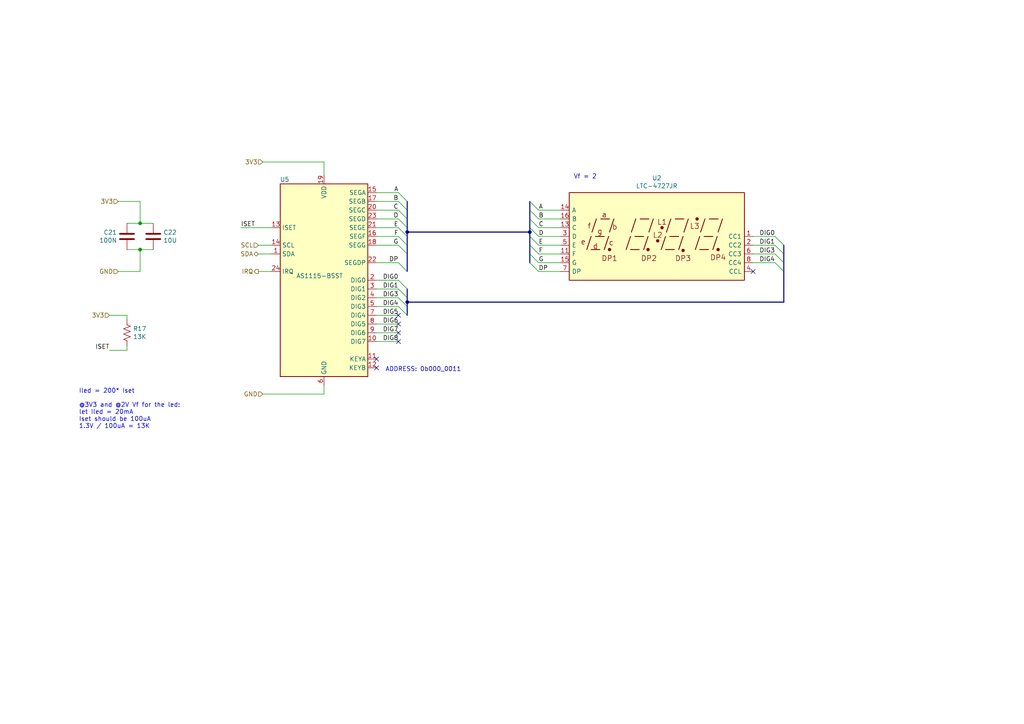
<source format=kicad_sch>
(kicad_sch (version 20211123) (generator eeschema)
  (paper "A4")
  (lib_symbols
    (symbol "Device:C" (pin_numbers hide) (pin_names (offset 0.254))
      (property "Reference" "C" (at 0.635 2.54 0))
      (property "Value" "C" (at 0.635 -2.54 0))
      (symbol "C_0_1"
        (polyline (pts (xy -2.032 -0.762) (xy 2.032 -0.762)) (stroke (width 0.508)))
        (polyline (pts (xy -2.032 0.762) (xy 2.032 0.762)) (stroke (width 0.508)))
      )
      (symbol "C_1_1"
        (pin passive line (at 0 3.81 270) (length 2.794) (name "~") (number "1"))
        (pin passive line (at 0 -3.81 90) (length 2.794) (name "~") (number "2"))
      )
    )
    (symbol "Device:R_US" (pin_numbers hide) (pin_names (offset 0))
      (property "Reference" "R" (at 2.54 0 90))
      (property "Value" "R_US" (at -2.54 0 90))
      (symbol "R_US_0_1"
        (polyline (pts (xy 0 -2.286) (xy 0 -2.54)))
        (polyline (pts (xy 0 2.286) (xy 0 2.54)))
        (polyline (pts (xy 0 -0.762) (xy 1.016 -1.143) (xy 0 -1.524) (xy -1.016 -1.905) (xy 0 -2.286)))
        (polyline (pts (xy 0 0.762) (xy 1.016 0.381) (xy 0 0) (xy -1.016 -0.381) (xy 0 -0.762)))
        (polyline (pts (xy 0 2.286) (xy 1.016 1.905) (xy 0 1.524) (xy -1.016 1.143) (xy 0 0.762)))
      )
      (symbol "R_US_1_1"
        (pin passive line (at 0 3.81 270) (length 1.27) (name "~") (number "1"))
        (pin passive line (at 0 -3.81 90) (length 1.27) (name "~") (number "2"))
      )
    )
    (symbol "Interface_Expansion:AS1115-BSST"
      (property "Reference" "U" (at -10.16 29.21 0))
      (property "Value" "AS1115-BSST" (at 2.54 29.21 0))
      (symbol "AS1115-BSST_0_1"
        (rectangle (start -12.7 27.94) (end 12.7 -27.94) (stroke (width 0.254)) (fill (type background)))
      )
      (symbol "AS1115-BSST_1_1"
        (pin bidirectional line (at -15.24 7.62 0) (length 2.54) (name "SDA") (number "1"))
        (pin open_collector line (at 15.24 -17.78 180) (length 2.54) (name "DIG7") (number "10"))
        (pin open_collector line (at 15.24 -22.86 180) (length 2.54) (name "KEYA") (number "11"))
        (pin open_collector line (at 15.24 -25.4 180) (length 2.54) (name "KEYB") (number "12"))
        (pin passive line (at -15.24 15.24 0) (length 2.54) (name "ISET") (number "13"))
        (pin input line (at -15.24 10.16 0) (length 2.54) (name "SCL") (number "14"))
        (pin output line (at 15.24 25.4 180) (length 2.54) (name "SEGA") (number "15"))
        (pin output line (at 15.24 12.7 180) (length 2.54) (name "SEGF") (number "16"))
        (pin output line (at 15.24 22.86 180) (length 2.54) (name "SEGB") (number "17"))
        (pin output line (at 15.24 10.16 180) (length 2.54) (name "SEGG") (number "18"))
        (pin power_in line (at 0 30.48 270) (length 2.54) (name "VDD") (number "19"))
        (pin open_collector line (at 15.24 0 180) (length 2.54) (name "DIG0") (number "2"))
        (pin output line (at 15.24 20.32 180) (length 2.54) (name "SEGC") (number "20"))
        (pin output line (at 15.24 15.24 180) (length 2.54) (name "SEGE") (number "21"))
        (pin output line (at 15.24 5.08 180) (length 2.54) (name "SEGDP") (number "22"))
        (pin output line (at 15.24 17.78 180) (length 2.54) (name "SEGD") (number "23"))
        (pin open_collector line (at -15.24 2.54 0) (length 2.54) (name "IRQ") (number "24"))
        (pin open_collector line (at 15.24 -2.54 180) (length 2.54) (name "DIG1") (number "3"))
        (pin open_collector line (at 15.24 -5.08 180) (length 2.54) (name "DIG2") (number "4"))
        (pin open_collector line (at 15.24 -7.62 180) (length 2.54) (name "DIG3") (number "5"))
        (pin power_in line (at 0 -30.48 90) (length 2.54) (name "GND") (number "6"))
        (pin open_collector line (at 15.24 -10.16 180) (length 2.54) (name "DIG4") (number "7"))
        (pin open_collector line (at 15.24 -12.7 180) (length 2.54) (name "DIG5") (number "8"))
        (pin open_collector line (at 15.24 -15.24 180) (length 2.54) (name "DIG6") (number "9"))
      )
    )
    (symbol "william_display:LTC-4727JR" (pin_names (offset 0.762))
      (property "Reference" "U" (at -24.13 13.97 0))
      (property "Value" "LTC-4727JR" (at 17.78 13.97 0))
      (symbol "LTC-4727JR_0_0"
        (rectangle (start -25.4 12.7) (end 25.4 -12.7) (stroke (width 0.254)) (fill (type background)))
        (polyline (pts (xy -20.32 -3.81) (xy -19.05 0)) (stroke (width 0.254)))
        (polyline (pts (xy -19.05 -3.81) (xy -16.51 -3.81)) (stroke (width 0.254)))
        (polyline (pts (xy -18.796 1.27) (xy -17.526 5.08)) (stroke (width 0.254)))
        (polyline (pts (xy -17.78 0) (xy -15.24 0)) (stroke (width 0.254)))
        (polyline (pts (xy -16.256 5.08) (xy -13.716 5.08)) (stroke (width 0.254)))
        (polyline (pts (xy -15.24 -3.81) (xy -13.97 0)) (stroke (width 0.254)))
        (polyline (pts (xy -13.716 1.27) (xy -12.446 5.08)) (stroke (width 0.254)))
        (polyline (pts (xy -8.89 -3.81) (xy -7.62 0)) (stroke (width 0.254)))
        (polyline (pts (xy -7.62 -3.81) (xy -5.08 -3.81)) (stroke (width 0.254)))
        (polyline (pts (xy -7.366 1.27) (xy -6.096 5.08)) (stroke (width 0.254)))
        (polyline (pts (xy -6.35 0) (xy -3.81 0)) (stroke (width 0.254)))
        (polyline (pts (xy -4.826 5.08) (xy -2.286 5.08)) (stroke (width 0.254)))
        (polyline (pts (xy -3.81 -3.81) (xy -2.54 0)) (stroke (width 0.254)))
        (polyline (pts (xy -2.286 1.27) (xy -1.016 5.08)) (stroke (width 0.254)))
        (polyline (pts (xy 1.27 -3.81) (xy 2.54 0)) (stroke (width 0.254)))
        (polyline (pts (xy 2.54 -3.81) (xy 5.08 -3.81)) (stroke (width 0.254)))
        (polyline (pts (xy 2.794 1.27) (xy 4.064 5.08)) (stroke (width 0.254)))
        (polyline (pts (xy 3.81 0) (xy 6.35 0)) (stroke (width 0.254)))
        (polyline (pts (xy 5.334 5.08) (xy 7.874 5.08)) (stroke (width 0.254)))
        (polyline (pts (xy 6.35 -3.81) (xy 7.62 0)) (stroke (width 0.254)))
        (polyline (pts (xy 7.874 1.27) (xy 9.144 5.08)) (stroke (width 0.254)))
        (polyline (pts (xy 11.176 -3.81) (xy 12.446 0)) (stroke (width 0.254)))
        (polyline (pts (xy 12.446 -3.81) (xy 14.986 -3.81)) (stroke (width 0.254)))
        (polyline (pts (xy 12.7 1.27) (xy 13.97 5.08)) (stroke (width 0.254)))
        (polyline (pts (xy 13.716 0) (xy 16.256 0)) (stroke (width 0.254)))
        (polyline (pts (xy 15.24 5.08) (xy 17.78 5.08)) (stroke (width 0.254)))
        (polyline (pts (xy 16.256 -3.81) (xy 17.526 0)) (stroke (width 0.254)))
        (polyline (pts (xy 17.78 1.27) (xy 19.05 5.08)) (stroke (width 0.254)))
        (text "a" (at -15.24 6.35 0) (effects (font (size 1.524 1.524))))
        (text "b" (at -12.192 2.794 0) (effects (font (size 1.524 1.524))))
        (text "c" (at -13.208 -1.778 0) (effects (font (size 1.524 1.524))))
        (text "d" (at -17.78 -2.794 0) (effects (font (size 1.524 1.524))))
        (text "DP1" (at -13.716 -6.35 0) (effects (font (size 1.524 1.524))))
        (text "DP2" (at -2.286 -6.35 0) (effects (font (size 1.524 1.524))))
        (text "DP3" (at 7.62 -6.35 0) (effects (font (size 1.524 1.524))))
        (text "DP4" (at 17.78 -6.096 0) (effects (font (size 1.524 1.524))))
        (text "e" (at -21.336 -1.524 0) (effects (font (size 1.524 1.524))))
        (text "f" (at -19.558 3.048 0) (effects (font (size 1.524 1.524))))
        (text "g" (at -16.51 1.524 0) (effects (font (size 1.524 1.524))))
        (text "L1" (at 1.524 4.191 0) (effects (font (size 1.524 1.524))))
        (text "L2" (at 0.254 0.4064 0) (effects (font (size 1.524 1.524))))
        (text "L3" (at 10.9982 2.9972 0) (effects (font (size 1.524 1.524))))
      )
      (symbol "LTC-4727JR_0_1"
        (circle (center -13.716 -3.81) (radius 0.3556) (stroke (width 0.254)) (fill (type outline)))
        (circle (center -2.54 -3.81) (radius 0.3556) (stroke (width 0.254)) (fill (type outline)))
        (circle (center 0.254 -1.27) (radius 0.3556) (stroke (width 0.254)) (fill (type outline)))
        (circle (center 1.524 2.54) (radius 0.3556) (stroke (width 0.254)) (fill (type outline)))
        (circle (center 11.684 5.08) (radius 0.3556) (stroke (width 0.254)) (fill (type outline)))
      )
      (symbol "LTC-4727JR_1_0"
        (circle (center 7.62 -4.064) (radius 0.3556) (stroke (width 0.254)) (fill (type outline)))
        (circle (center 17.78 -3.81) (radius 0.3556) (stroke (width 0.254)) (fill (type outline)))
      )
      (symbol "LTC-4727JR_1_1"
        (pin input line (at 27.94 0 180) (length 2.54) (name "CC1") (number "1"))
        (pin input line (at -27.94 -5.08 0) (length 2.54) (name "F") (number "11"))
        (pin input line (at -27.94 2.54 0) (length 2.54) (name "C") (number "13"))
        (pin input line (at -27.94 7.62 0) (length 2.54) (name "A") (number "14"))
        (pin input line (at -27.94 -7.62 0) (length 2.54) (name "G") (number "15"))
        (pin input line (at -27.94 5.08 0) (length 2.54) (name "B") (number "16"))
        (pin input line (at 27.94 -2.54 180) (length 2.54) (name "CC2") (number "2"))
        (pin input line (at -27.94 0 0) (length 2.54) (name "D") (number "3"))
        (pin input line (at 27.94 -10.16 180) (length 2.54) (name "CCL") (number "4"))
        (pin input line (at -27.94 -2.54 0) (length 2.54) (name "E") (number "5"))
        (pin input line (at 27.94 -5.08 180) (length 2.54) (name "CC3") (number "6"))
        (pin input line (at -27.94 -10.16 0) (length 2.54) (name "DP") (number "7"))
        (pin input line (at 27.94 -7.62 180) (length 2.54) (name "CC4") (number "8"))
        (pin no_connect line (at 27.94 3.81 180) (length 2.54) hide (name "~") (number "9"))
      )
    )
  )
  (junction (at 153.67 67.31))
  (junction (at 118.11 87.63))
  (junction (at 40.64 64.77))
  (junction (at 118.11 67.31))
  (junction (at 40.64 72.39))
  (no_connect (at 218.44 78.74))
  (no_connect (at 115.57 93.98))
  (no_connect (at 109.22 104.14))
  (no_connect (at 115.57 99.06))
  (no_connect (at 109.22 106.68))
  (no_connect (at 115.57 96.52))
  (no_connect (at 115.57 91.44))
  (bus_entry (at 153.67 63.5) (size 2.54 2.54))
  (bus_entry (at 224.79 68.58) (size 2.54 2.54))
  (bus_entry (at 115.57 68.58) (size 2.54 2.54))
  (bus_entry (at 224.79 73.66) (size 2.54 2.54))
  (bus_entry (at 115.57 55.88) (size 2.54 2.54))
  (bus_entry (at 115.57 76.2) (size 2.54 2.54))
  (bus_entry (at 153.67 71.12) (size 2.54 2.54))
  (bus_entry (at 115.57 88.9) (size 2.54 2.54))
  (bus_entry (at 224.79 76.2) (size 2.54 2.54))
  (bus_entry (at 224.79 71.12) (size 2.54 2.54))
  (bus_entry (at 115.57 81.28) (size 2.54 2.54))
  (bus_entry (at 115.57 58.42) (size 2.54 2.54))
  (bus_entry (at 153.67 76.2) (size 2.54 2.54))
  (bus_entry (at 115.57 83.82) (size 2.54 2.54))
  (bus_entry (at 115.57 86.36) (size 2.54 2.54))
  (bus_entry (at 153.67 60.96) (size 2.54 2.54))
  (bus_entry (at 153.67 68.58) (size 2.54 2.54))
  (bus_entry (at 153.67 58.42) (size 2.54 2.54))
  (bus_entry (at 153.67 66.04) (size 2.54 2.54))
  (bus_entry (at 115.57 66.04) (size 2.54 2.54))
  (bus_entry (at 115.57 63.5) (size 2.54 2.54))
  (bus_entry (at 115.57 71.12) (size 2.54 2.54))
  (bus_entry (at 153.67 73.66) (size 2.54 2.54))
  (bus_entry (at 115.57 60.96) (size 2.54 2.54))
  (wire (pts (xy 115.57 86.36) (xy 109.22 86.36)))
  (bus (pts (xy 118.11 73.66) (xy 118.11 78.74)))
  (wire (pts (xy 162.56 63.5) (xy 156.21 63.5)))
  (wire (pts (xy 224.79 73.66) (xy 218.44 73.66)))
  (wire (pts (xy 109.22 83.82) (xy 115.57 83.82)))
  (wire (pts (xy 78.74 78.74) (xy 74.93 78.74)))
  (bus (pts (xy 118.11 66.04) (xy 118.11 67.31)))
  (wire (pts (xy 109.22 99.06) (xy 115.57 99.06)))
  (bus (pts (xy 153.67 67.31) (xy 153.67 68.58)))
  (bus (pts (xy 227.33 76.2) (xy 227.33 78.74)))
  (wire (pts (xy 218.44 76.2) (xy 224.79 76.2)))
  (wire (pts (xy 36.83 64.77) (xy 40.64 64.77)))
  (wire (pts (xy 34.29 58.42) (xy 40.64 58.42)))
  (bus (pts (xy 118.11 87.63) (xy 118.11 88.9)))
  (wire (pts (xy 115.57 81.28) (xy 109.22 81.28)))
  (bus (pts (xy 118.11 58.42) (xy 118.11 60.96)))
  (wire (pts (xy 109.22 63.5) (xy 115.57 63.5)))
  (bus (pts (xy 227.33 71.12) (xy 227.33 73.66)))
  (wire (pts (xy 109.22 88.9) (xy 115.57 88.9)))
  (wire (pts (xy 156.21 76.2) (xy 162.56 76.2)))
  (wire (pts (xy 109.22 58.42) (xy 115.57 58.42)))
  (wire (pts (xy 36.83 100.33) (xy 36.83 101.6)))
  (wire (pts (xy 115.57 55.88) (xy 109.22 55.88)))
  (wire (pts (xy 76.2 114.3) (xy 93.98 114.3)))
  (wire (pts (xy 162.56 78.74) (xy 156.21 78.74)))
  (bus (pts (xy 153.67 58.42) (xy 153.67 60.96)))
  (bus (pts (xy 118.11 68.58) (xy 118.11 71.12)))
  (wire (pts (xy 40.64 72.39) (xy 40.64 78.74)))
  (wire (pts (xy 115.57 71.12) (xy 109.22 71.12)))
  (wire (pts (xy 156.21 71.12) (xy 162.56 71.12)))
  (bus (pts (xy 118.11 67.31) (xy 153.67 67.31)))
  (wire (pts (xy 156.21 66.04) (xy 162.56 66.04)))
  (wire (pts (xy 36.83 101.6) (xy 31.75 101.6)))
  (wire (pts (xy 93.98 114.3) (xy 93.98 111.76)))
  (wire (pts (xy 40.64 64.77) (xy 44.45 64.77)))
  (wire (pts (xy 162.56 68.58) (xy 156.21 68.58)))
  (wire (pts (xy 74.93 71.12) (xy 78.74 71.12)))
  (bus (pts (xy 153.67 63.5) (xy 153.67 66.04)))
  (bus (pts (xy 227.33 78.74) (xy 227.33 87.63)))
  (wire (pts (xy 218.44 71.12) (xy 224.79 71.12)))
  (wire (pts (xy 76.2 46.99) (xy 93.98 46.99)))
  (wire (pts (xy 162.56 73.66) (xy 156.21 73.66)))
  (bus (pts (xy 118.11 87.63) (xy 227.33 87.63)))
  (wire (pts (xy 115.57 60.96) (xy 109.22 60.96)))
  (wire (pts (xy 78.74 73.66) (xy 74.93 73.66)))
  (wire (pts (xy 36.83 92.71) (xy 36.83 91.44)))
  (bus (pts (xy 153.67 73.66) (xy 153.67 76.2)))
  (bus (pts (xy 118.11 71.12) (xy 118.11 73.66)))
  (wire (pts (xy 109.22 76.2) (xy 115.57 76.2)))
  (wire (pts (xy 115.57 91.44) (xy 109.22 91.44)))
  (bus (pts (xy 118.11 63.5) (xy 118.11 66.04)))
  (bus (pts (xy 153.67 68.58) (xy 153.67 71.12)))
  (wire (pts (xy 156.21 60.96) (xy 162.56 60.96)))
  (bus (pts (xy 153.67 71.12) (xy 153.67 73.66)))
  (wire (pts (xy 224.79 68.58) (xy 218.44 68.58)))
  (bus (pts (xy 153.67 66.04) (xy 153.67 67.31)))
  (bus (pts (xy 118.11 86.36) (xy 118.11 87.63)))
  (bus (pts (xy 227.33 73.66) (xy 227.33 76.2)))
  (wire (pts (xy 93.98 46.99) (xy 93.98 50.8)))
  (wire (pts (xy 44.45 72.39) (xy 40.64 72.39)))
  (wire (pts (xy 69.85 66.04) (xy 78.74 66.04)))
  (wire (pts (xy 36.83 91.44) (xy 31.75 91.44)))
  (wire (pts (xy 40.64 72.39) (xy 36.83 72.39)))
  (bus (pts (xy 118.11 88.9) (xy 118.11 91.44)))
  (bus (pts (xy 118.11 67.31) (xy 118.11 68.58)))
  (wire (pts (xy 109.22 68.58) (xy 115.57 68.58)))
  (bus (pts (xy 153.67 60.96) (xy 153.67 63.5)))
  (bus (pts (xy 118.11 83.82) (xy 118.11 86.36)))
  (wire (pts (xy 40.64 58.42) (xy 40.64 64.77)))
  (bus (pts (xy 118.11 60.96) (xy 118.11 63.5)))
  (wire (pts (xy 115.57 96.52) (xy 109.22 96.52)))
  (wire (pts (xy 40.64 78.74) (xy 34.29 78.74)))
  (wire (pts (xy 115.57 66.04) (xy 109.22 66.04)))
  (wire (pts (xy 109.22 93.98) (xy 115.57 93.98)))
  (text "ADDRESS: 0b000_0011\n" (at 111.76 107.95 0) (effects (font (size 1.27 1.27)) (justify left bottom)))
  (text "Vf = 2" (at 166.37 52.07 0) (effects (font (size 1.27 1.27)) (justify left bottom)))
  (text "Iled = 200* Iset\n\n@3V3 and @2V Vf for the led:\nlet Iled = 20mA\nIset should be 100uA\n1.3V / 100uA = 13K" (at 22.86 124.46 0) (effects (font (size 1.27 1.27)) (justify left bottom)))
  (label "DIG0" (at 224.79 68.58 180))
  (label "ISET" (at 31.75 101.6 180))
  (label "G" (at 115.57 71.12 180))
  (label "F" (at 156.21 73.66 0))
  (label "DIG8" (at 115.57 99.06 180))
  (label "F" (at 115.57 68.58 180))
  (label "DIG3" (at 115.57 86.36 180))
  (label "DP" (at 115.57 76.2 180))
  (label "DIG0" (at 115.57 81.28 180))
  (label "DIG4" (at 115.57 88.9 180))
  (label "B" (at 115.57 58.42 180))
  (label "DIG3" (at 224.79 73.66 180))
  (label "DIG6" (at 115.57 93.98 180))
  (label "D" (at 115.57 63.5 180))
  (label "ISET" (at 69.85 66.04 0))
  (label "C" (at 156.21 66.04 0))
  (label "B" (at 156.21 63.5 0))
  (label "E" (at 115.57 66.04 180))
  (label "DIG7" (at 115.57 96.52 180))
  (label "G" (at 156.21 76.2 0))
  (label "DIG1" (at 115.57 83.82 180))
  (label "DIG5" (at 115.57 91.44 180))
  (label "DP" (at 156.21 78.74 0))
  (label "DIG1" (at 224.79 71.12 180))
  (label "C" (at 115.57 60.96 180))
  (label "A" (at 115.57 55.88 180))
  (label "A" (at 156.21 60.96 0))
  (label "DIG4" (at 224.79 76.2 180))
  (label "E" (at 156.21 71.12 0))
  (label "D" (at 156.21 68.58 0))
  (hierarchical_label "3V3" (shape input) (at 76.2 46.99 180))
  (hierarchical_label "3V3" (shape input) (at 31.75 91.44 180))
  (hierarchical_label "SCL" (shape input) (at 74.93 71.12 180))
  (hierarchical_label "SDA" (shape bidirectional) (at 74.93 73.66 180))
  (hierarchical_label "GND" (shape input) (at 76.2 114.3 180))
  (hierarchical_label "3V3" (shape input) (at 34.29 58.42 180))
  (hierarchical_label "GND" (shape input) (at 34.29 78.74 180))
  (hierarchical_label "IRQ" (shape output) (at 74.93 78.74 180))
  (symbol (lib_id "Interface_Expansion:AS1115-BSST") (at 93.98 81.28 0) (unit 1)
    (property "Reference" "U5" (at 82.55 52.07 0))
    (property "Value" "AS1115-BSST" (at 92.71 80.01 0))
    (property "Footprint" "Package_SO:QSOP-24_3.9x8.7mm_P0.635mm" (effects hide))
    (property "Datasheet" "https://ams.com/documents/20143/36005/AS1115_DS000206_1-00.pdf/3d3e6d35-b184-1329-adf9-2d769eb2404f" (effects hide))
  )
  (symbol (lib_id "william_display:LTC-4727JR") (at 190.5 68.58 0) (unit 1)
    (property "Reference" "U2" (at 190.5 51.6382 0))
    (property "Value" "LTC-4727JR" (at 190.5 53.9496 0))
    (property "Footprint" "william_display:LTC-4X27JR" (effects hide))
    (property "Datasheet" "http://www.kingbrightusa.com/images/catalog/SPEC/CC56-12YWA.pdf" (effects hide))
  )
  (symbol (lib_id "Device:C") (at 44.45 68.58 0) (unit 1)
    (property "Reference" "C22" (at 47.371 67.4116 0) (effects (justify left)))
    (property "Value" "10U" (at 47.371 69.723 0) (effects (justify left)))
    (property "Footprint" "Capacitor_SMD:C_0805_2012Metric" (effects hide))
  )
  (symbol (lib_id "Device:C") (at 36.83 68.58 0) (mirror x) (unit 1)
    (property "Reference" "C21" (at 33.9344 67.4116 0) (effects (justify right)))
    (property "Value" "100N" (at 33.9344 69.723 0) (effects (justify right)))
    (property "Footprint" "Capacitor_SMD:C_0603_1608Metric" (effects hide))
  )
  (symbol (lib_id "Device:R_US") (at 36.83 96.52 0) (unit 1)
    (property "Reference" "R17" (at 38.5572 95.3516 0) (effects (justify left)))
    (property "Value" "13K" (at 38.5572 97.663 0) (effects (justify left)))
  )
)
</source>
